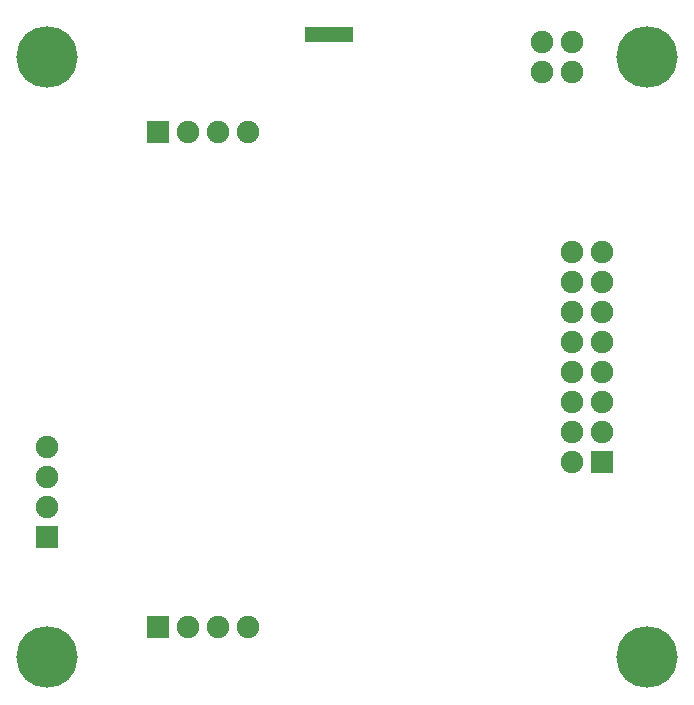
<source format=gbs>
G04 Layer: BottomSolderMaskLayer*
G04 EasyEDA v6.5.34, 2023-08-21 18:11:39*
G04 3c53056fde0748dba5be5e51cb54a096,5a6b42c53f6a479593ecc07194224c93,10*
G04 Gerber Generator version 0.2*
G04 Scale: 100 percent, Rotated: No, Reflected: No *
G04 Dimensions in millimeters *
G04 leading zeros omitted , absolute positions ,4 integer and 5 decimal *
%FSLAX45Y45*%
%MOMM*%

%AMMACRO1*1,1,$1,$2,$3*1,1,$1,$4,$5*1,1,$1,0-$2,0-$3*1,1,$1,0-$4,0-$5*20,1,$1,$2,$3,$4,$5,0*20,1,$1,$4,$5,0-$2,0-$3,0*20,1,$1,0-$2,0-$3,0-$4,0-$5,0*20,1,$1,0-$4,0-$5,$2,$3,0*4,1,4,$2,$3,$4,$5,0-$2,0-$3,0-$4,0-$5,$2,$3,0*%
%ADD10C,1.9016*%
%ADD11MACRO1,0.1016X-0.85X0.9X-0.85X-0.9*%
%ADD12MACRO1,0.1016X0.9X0.85X-0.9X0.85*%
%ADD13MACRO1,0.1016X-0.9X-0.9X-0.9X0.9*%
%ADD14C,5.2032*%

%LPD*%
D10*
G01*
X381000Y2159000D03*
D11*
G01*
X381001Y1396997D03*
D10*
G01*
X381000Y1651000D03*
G01*
X381000Y1905000D03*
G01*
X2082749Y635000D03*
D12*
G01*
X1320797Y634996D03*
D10*
G01*
X1574800Y635000D03*
G01*
X1828800Y635000D03*
G01*
X2082749Y4825974D03*
D12*
G01*
X1320797Y4825975D03*
D10*
G01*
X1574800Y4825974D03*
G01*
X1828800Y4825974D03*
D13*
G01*
X5079989Y2031994D03*
D10*
G01*
X4826000Y2032000D03*
G01*
X5080000Y2286000D03*
G01*
X4826000Y2286000D03*
G01*
X5080000Y2540000D03*
G01*
X4826000Y2540000D03*
G01*
X5080000Y2794000D03*
G01*
X4826000Y2794000D03*
G01*
X5080000Y3048000D03*
G01*
X4826000Y3048000D03*
G01*
X5080000Y3302000D03*
G01*
X4826000Y3302000D03*
G01*
X5080000Y3556000D03*
G01*
X4826000Y3556000D03*
G01*
X5080000Y3810000D03*
G01*
X4826000Y3810000D03*
D14*
G01*
X381000Y5461000D03*
G01*
X5461000Y5461000D03*
G01*
X5461000Y381000D03*
G01*
X381000Y381000D03*
D10*
G01*
X4826000Y5588000D03*
G01*
X4826000Y5334000D03*
G01*
X4572000Y5334000D03*
G01*
X4572000Y5588000D03*
G36*
X2565400Y5715000D02*
G01*
X2971800Y5715000D01*
X2971800Y5588000D01*
X2565400Y5588000D01*
G37*
M02*

</source>
